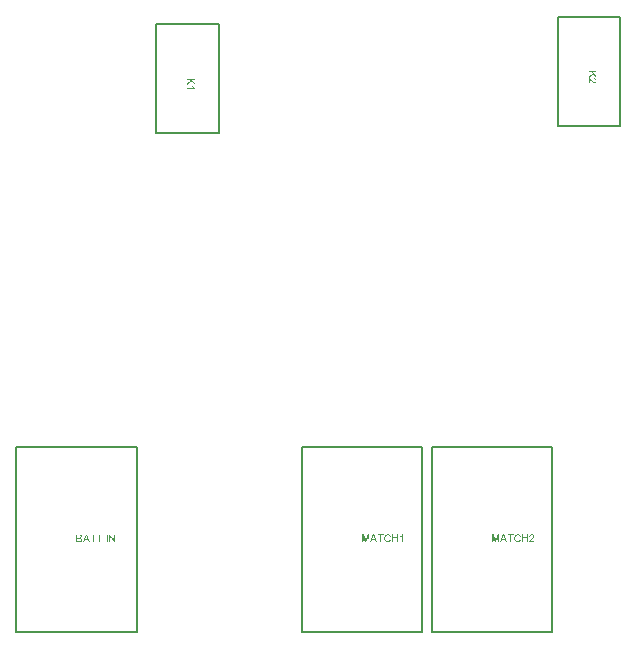
<source format=gbr>
%TF.GenerationSoftware,Altium Limited,Altium Designer,22.11.1 (43)*%
G04 Layer_Color=16711935*
%FSLAX45Y45*%
%MOMM*%
%TF.SameCoordinates,F2FF868D-8EDF-4B6E-A412-4C3DA5591A8F*%
%TF.FilePolarity,Positive*%
%TF.FileFunction,Other,Top_Assembly*%
%TF.Part,Single*%
G01*
G75*
%TA.AperFunction,NonConductor*%
%ADD38C,0.20000*%
G36*
X4573979Y5711495D02*
X4542174D01*
X4573979Y5679875D01*
Y5668318D01*
X4547999Y5695130D01*
X4509999Y5667116D01*
Y5678303D01*
X4542266Y5701048D01*
X4532189Y5711495D01*
X4509999D01*
Y5720001D01*
X4573979D01*
Y5711495D01*
D02*
G37*
G36*
X4558169Y5657131D02*
X4558354Y5656946D01*
X4558446Y5656576D01*
X4558723Y5656114D01*
X4559001Y5655559D01*
X4559371Y5654912D01*
X4560295Y5653340D01*
X4561312Y5651491D01*
X4562607Y5649642D01*
X4564086Y5647700D01*
X4565658Y5645759D01*
X4565750Y5645666D01*
X4565843Y5645574D01*
X4566120Y5645297D01*
X4566397Y5644927D01*
X4567322Y5644095D01*
X4568431Y5642985D01*
X4569726Y5641876D01*
X4571205Y5640674D01*
X4572684Y5639657D01*
X4574256Y5638732D01*
Y5633647D01*
X4509999D01*
Y5641506D01*
X4560018D01*
X4559925Y5641598D01*
X4559556Y5642061D01*
X4559001Y5642615D01*
X4558354Y5643540D01*
X4557521Y5644557D01*
X4556597Y5645851D01*
X4555580Y5647331D01*
X4554563Y5648995D01*
Y5649087D01*
X4554470Y5649180D01*
X4554101Y5649734D01*
X4553638Y5650659D01*
X4553084Y5651768D01*
X4552436Y5653063D01*
X4551789Y5654450D01*
X4551142Y5655837D01*
X4550587Y5657223D01*
X4558169D01*
Y5657131D01*
D02*
G37*
G36*
X6208289Y1861531D02*
X6209121Y1861439D01*
X6210138Y1861347D01*
X6211155Y1861254D01*
X6212357Y1860977D01*
X6214853Y1860422D01*
X6217627Y1859590D01*
X6219013Y1859035D01*
X6220308Y1858388D01*
X6221602Y1857556D01*
X6222897Y1856724D01*
X6222989Y1856631D01*
X6223174Y1856539D01*
X6223544Y1856261D01*
X6224006Y1855799D01*
X6224468Y1855337D01*
X6225116Y1854690D01*
X6225763Y1853950D01*
X6226502Y1853210D01*
X6227242Y1852286D01*
X6227982Y1851176D01*
X6228814Y1850067D01*
X6229553Y1848865D01*
X6230201Y1847478D01*
X6230940Y1846091D01*
X6231495Y1844612D01*
X6232050Y1842948D01*
X6223729Y1841006D01*
Y1841099D01*
X6223636Y1841284D01*
X6223451Y1841653D01*
X6223266Y1842116D01*
X6223082Y1842670D01*
X6222804Y1843410D01*
X6222065Y1844889D01*
X6221140Y1846554D01*
X6220030Y1848218D01*
X6218644Y1849790D01*
X6217164Y1851176D01*
X6216979Y1851361D01*
X6216425Y1851731D01*
X6215500Y1852193D01*
X6214298Y1852841D01*
X6212726Y1853395D01*
X6210970Y1853950D01*
X6208843Y1854320D01*
X6206532Y1854412D01*
X6205792D01*
X6205330Y1854320D01*
X6204683D01*
X6203943Y1854227D01*
X6202186Y1853950D01*
X6200245Y1853580D01*
X6198211Y1852933D01*
X6196084Y1852008D01*
X6194143Y1850807D01*
X6194050D01*
X6193958Y1850622D01*
X6193311Y1850159D01*
X6192479Y1849420D01*
X6191462Y1848310D01*
X6190260Y1846923D01*
X6189150Y1845352D01*
X6188133Y1843410D01*
X6187209Y1841284D01*
Y1841191D01*
X6187116Y1841006D01*
X6187024Y1840729D01*
X6186931Y1840267D01*
X6186746Y1839712D01*
X6186561Y1839065D01*
X6186284Y1837493D01*
X6185914Y1835644D01*
X6185544Y1833610D01*
X6185359Y1831391D01*
X6185267Y1828987D01*
Y1828894D01*
Y1828617D01*
Y1828155D01*
Y1827600D01*
X6185359Y1826953D01*
Y1826121D01*
X6185452Y1825196D01*
X6185544Y1824179D01*
X6185822Y1821960D01*
X6186284Y1819556D01*
X6186839Y1817153D01*
X6187578Y1814749D01*
Y1814656D01*
X6187671Y1814471D01*
X6187856Y1814194D01*
X6188041Y1813732D01*
X6188595Y1812622D01*
X6189428Y1811328D01*
X6190445Y1809849D01*
X6191739Y1808277D01*
X6193218Y1806890D01*
X6194975Y1805596D01*
X6195067D01*
X6195252Y1805503D01*
X6195530Y1805318D01*
X6195899Y1805133D01*
X6196362Y1804948D01*
X6196916Y1804671D01*
X6198211Y1804116D01*
X6199875Y1803562D01*
X6201724Y1803099D01*
X6203758Y1802729D01*
X6205885Y1802637D01*
X6206532D01*
X6207087Y1802729D01*
X6207734D01*
X6208381Y1802822D01*
X6210045Y1803192D01*
X6211987Y1803654D01*
X6213928Y1804394D01*
X6215962Y1805411D01*
X6216979Y1805965D01*
X6217904Y1806705D01*
X6217996Y1806798D01*
X6218089Y1806890D01*
X6218366Y1807167D01*
X6218736Y1807445D01*
X6219106Y1807907D01*
X6219568Y1808462D01*
X6220123Y1809016D01*
X6220585Y1809756D01*
X6221140Y1810588D01*
X6221787Y1811513D01*
X6222342Y1812437D01*
X6222897Y1813547D01*
X6223359Y1814749D01*
X6223821Y1816043D01*
X6224283Y1817430D01*
X6224653Y1818909D01*
X6233159Y1816783D01*
Y1816690D01*
X6233067Y1816320D01*
X6232882Y1815766D01*
X6232605Y1815026D01*
X6232327Y1814194D01*
X6231957Y1813177D01*
X6231495Y1812067D01*
X6230940Y1810866D01*
X6229646Y1808277D01*
X6227982Y1805688D01*
X6226965Y1804394D01*
X6225948Y1803099D01*
X6224838Y1801990D01*
X6223544Y1800880D01*
X6223451Y1800788D01*
X6223266Y1800603D01*
X6222804Y1800418D01*
X6222342Y1800048D01*
X6221602Y1799586D01*
X6220863Y1799124D01*
X6219846Y1798661D01*
X6218829Y1798199D01*
X6217627Y1797644D01*
X6216332Y1797182D01*
X6214945Y1796720D01*
X6213466Y1796258D01*
X6211894Y1795888D01*
X6210230Y1795703D01*
X6208473Y1795518D01*
X6206624Y1795425D01*
X6205607D01*
X6204868Y1795518D01*
X6204036D01*
X6203019Y1795610D01*
X6201909Y1795795D01*
X6200615Y1795980D01*
X6197934Y1796442D01*
X6195160Y1797182D01*
X6192386Y1798199D01*
X6191092Y1798846D01*
X6189797Y1799586D01*
X6189705Y1799678D01*
X6189520Y1799771D01*
X6189150Y1800048D01*
X6188780Y1800418D01*
X6188226Y1800788D01*
X6187578Y1801343D01*
X6186839Y1801990D01*
X6186099Y1802729D01*
X6185359Y1803562D01*
X6184527Y1804394D01*
X6182863Y1806520D01*
X6181291Y1809016D01*
X6179905Y1811790D01*
Y1811883D01*
X6179720Y1812160D01*
X6179627Y1812622D01*
X6179350Y1813177D01*
X6179165Y1813917D01*
X6178888Y1814841D01*
X6178518Y1815858D01*
X6178240Y1816968D01*
X6177963Y1818170D01*
X6177593Y1819556D01*
X6177131Y1822423D01*
X6176761Y1825659D01*
X6176576Y1828987D01*
Y1829079D01*
Y1829449D01*
Y1830004D01*
X6176669Y1830651D01*
Y1831576D01*
X6176761Y1832500D01*
X6176854Y1833702D01*
X6177038Y1834904D01*
X6177501Y1837585D01*
X6178148Y1840544D01*
X6179072Y1843503D01*
X6180367Y1846369D01*
X6180459Y1846461D01*
X6180552Y1846738D01*
X6180737Y1847108D01*
X6181107Y1847571D01*
X6181476Y1848218D01*
X6181939Y1848957D01*
X6183141Y1850622D01*
X6184712Y1852471D01*
X6186561Y1854320D01*
X6188688Y1856169D01*
X6191184Y1857741D01*
X6191277Y1857833D01*
X6191554Y1857926D01*
X6191924Y1858111D01*
X6192386Y1858388D01*
X6193126Y1858665D01*
X6193865Y1858943D01*
X6194790Y1859313D01*
X6195807Y1859682D01*
X6196916Y1860052D01*
X6198118Y1860422D01*
X6200707Y1860977D01*
X6203666Y1861439D01*
X6206717Y1861624D01*
X6207641D01*
X6208289Y1861531D01*
D02*
G37*
G36*
X6293995Y1796535D02*
X6285489D01*
Y1826676D01*
X6252390D01*
Y1796535D01*
X6243884D01*
Y1860514D01*
X6252390D01*
Y1834257D01*
X6285489D01*
Y1860514D01*
X6293995D01*
Y1796535D01*
D02*
G37*
G36*
X6051021D02*
X6042885D01*
Y1850067D01*
X6024209Y1796535D01*
X6016627D01*
X5998136Y1850991D01*
Y1796535D01*
X5990000D01*
Y1860514D01*
X6002666D01*
X6017829Y1815119D01*
Y1815026D01*
X6017922Y1814841D01*
X6018014Y1814564D01*
X6018199Y1814102D01*
X6018569Y1812992D01*
X6019031Y1811605D01*
X6019493Y1810033D01*
X6020048Y1808462D01*
X6020510Y1806982D01*
X6020880Y1805688D01*
X6020973Y1805873D01*
X6021065Y1806335D01*
X6021343Y1807167D01*
X6021712Y1808277D01*
X6022175Y1809756D01*
X6022822Y1811513D01*
X6023469Y1813547D01*
X6024301Y1815951D01*
X6039649Y1860514D01*
X6051021D01*
Y1796535D01*
D02*
G37*
G36*
X6334491D02*
X6326632D01*
Y1846554D01*
X6326540Y1846461D01*
X6326078Y1846091D01*
X6325523Y1845537D01*
X6324598Y1844889D01*
X6323581Y1844057D01*
X6322287Y1843133D01*
X6320808Y1842116D01*
X6319143Y1841099D01*
X6319051D01*
X6318958Y1841006D01*
X6318404Y1840636D01*
X6317479Y1840174D01*
X6316370Y1839619D01*
X6315075Y1838972D01*
X6313688Y1838325D01*
X6312302Y1837678D01*
X6310915Y1837123D01*
Y1844704D01*
X6311007D01*
X6311192Y1844889D01*
X6311562Y1844982D01*
X6312024Y1845259D01*
X6312579Y1845537D01*
X6313226Y1845906D01*
X6314798Y1846831D01*
X6316647Y1847848D01*
X6318496Y1849142D01*
X6320438Y1850622D01*
X6322379Y1852193D01*
X6322472Y1852286D01*
X6322564Y1852378D01*
X6322842Y1852656D01*
X6323211Y1852933D01*
X6324043Y1853858D01*
X6325153Y1854967D01*
X6326262Y1856261D01*
X6327464Y1857741D01*
X6328481Y1859220D01*
X6329406Y1860792D01*
X6334491D01*
Y1796535D01*
D02*
G37*
G36*
X6170289Y1852933D02*
X6149209D01*
Y1796535D01*
X6140703D01*
Y1852933D01*
X6119623D01*
Y1860514D01*
X6170289D01*
Y1852933D01*
D02*
G37*
G36*
X6117589Y1796535D02*
X6107974D01*
X6100485Y1815951D01*
X6073673D01*
X6066738Y1796535D01*
X6057770D01*
X6082179Y1860514D01*
X6091424D01*
X6117589Y1796535D01*
D02*
G37*
G36*
X3898958Y1795425D02*
X3890175D01*
X3856706Y1845629D01*
Y1795425D01*
X3848570D01*
Y1859405D01*
X3857261D01*
X3890822Y1809109D01*
Y1859405D01*
X3898958D01*
Y1795425D01*
D02*
G37*
G36*
X3833684D02*
X3825179D01*
Y1859405D01*
X3833684D01*
Y1795425D01*
D02*
G37*
G36*
X3790138Y1851824D02*
X3769058D01*
Y1795425D01*
X3760552D01*
Y1851824D01*
X3739472D01*
Y1859405D01*
X3790138D01*
Y1851824D01*
D02*
G37*
G36*
X3735496D02*
X3714416D01*
Y1795425D01*
X3705910D01*
Y1851824D01*
X3684830D01*
Y1859405D01*
X3735496D01*
Y1851824D01*
D02*
G37*
G36*
X3682796Y1795425D02*
X3673181D01*
X3665692Y1814841D01*
X3638880D01*
X3631945Y1795425D01*
X3622977D01*
X3647386Y1859405D01*
X3656631D01*
X3682796Y1795425D01*
D02*
G37*
G36*
X3595795Y1859313D02*
X3596535D01*
X3598199Y1859128D01*
X3600048Y1858943D01*
X3601990Y1858573D01*
X3603931Y1858111D01*
X3605688Y1857463D01*
X3605780D01*
X3605873Y1857371D01*
X3606428Y1857094D01*
X3607260Y1856631D01*
X3608184Y1855984D01*
X3609294Y1855152D01*
X3610496Y1854135D01*
X3611605Y1852841D01*
X3612622Y1851454D01*
X3612715Y1851269D01*
X3612992Y1850714D01*
X3613454Y1849974D01*
X3613917Y1848865D01*
X3614379Y1847571D01*
X3614841Y1846184D01*
X3615118Y1844612D01*
X3615211Y1843040D01*
Y1842855D01*
Y1842393D01*
X3615118Y1841561D01*
X3614934Y1840544D01*
X3614656Y1839342D01*
X3614194Y1838048D01*
X3613639Y1836753D01*
X3612900Y1835366D01*
X3612807Y1835181D01*
X3612530Y1834812D01*
X3611975Y1834072D01*
X3611235Y1833332D01*
X3610311Y1832408D01*
X3609201Y1831391D01*
X3607814Y1830466D01*
X3606243Y1829542D01*
X3606335D01*
X3606520Y1829449D01*
X3606797Y1829357D01*
X3607167Y1829172D01*
X3608277Y1828802D01*
X3609571Y1828155D01*
X3610958Y1827323D01*
X3612530Y1826306D01*
X3613917Y1825104D01*
X3615211Y1823624D01*
X3615303Y1823440D01*
X3615673Y1822885D01*
X3616228Y1822053D01*
X3616783Y1820943D01*
X3617337Y1819464D01*
X3617892Y1817892D01*
X3618262Y1816043D01*
X3618354Y1814009D01*
Y1813917D01*
Y1813824D01*
Y1813269D01*
X3618262Y1812345D01*
X3618077Y1811235D01*
X3617892Y1809941D01*
X3617522Y1808554D01*
X3617060Y1807075D01*
X3616413Y1805596D01*
X3616320Y1805411D01*
X3616043Y1804948D01*
X3615673Y1804301D01*
X3615118Y1803377D01*
X3614379Y1802452D01*
X3613639Y1801435D01*
X3612715Y1800418D01*
X3611698Y1799586D01*
X3611605Y1799493D01*
X3611235Y1799216D01*
X3610588Y1798846D01*
X3609756Y1798476D01*
X3608739Y1797922D01*
X3607537Y1797367D01*
X3606243Y1796905D01*
X3604671Y1796442D01*
X3604486D01*
X3603931Y1796258D01*
X3603007Y1796165D01*
X3601805Y1795980D01*
X3600326Y1795795D01*
X3598569Y1795610D01*
X3596627Y1795518D01*
X3594408Y1795425D01*
X3570000D01*
Y1859405D01*
X3595148D01*
X3595795Y1859313D01*
D02*
G37*
G36*
X7308289Y1861531D02*
X7309121Y1861439D01*
X7310138Y1861347D01*
X7311155Y1861254D01*
X7312357Y1860977D01*
X7314853Y1860422D01*
X7317627Y1859590D01*
X7319014Y1859035D01*
X7320308Y1858388D01*
X7321602Y1857556D01*
X7322897Y1856724D01*
X7322989Y1856631D01*
X7323174Y1856539D01*
X7323544Y1856261D01*
X7324006Y1855799D01*
X7324468Y1855337D01*
X7325116Y1854690D01*
X7325763Y1853950D01*
X7326502Y1853210D01*
X7327242Y1852286D01*
X7327982Y1851176D01*
X7328814Y1850067D01*
X7329554Y1848865D01*
X7330201Y1847478D01*
X7330940Y1846091D01*
X7331495Y1844612D01*
X7332050Y1842948D01*
X7323729Y1841006D01*
Y1841099D01*
X7323636Y1841284D01*
X7323451Y1841653D01*
X7323267Y1842116D01*
X7323082Y1842670D01*
X7322804Y1843410D01*
X7322065Y1844889D01*
X7321140Y1846554D01*
X7320031Y1848218D01*
X7318644Y1849790D01*
X7317164Y1851176D01*
X7316980Y1851361D01*
X7316425Y1851731D01*
X7315500Y1852193D01*
X7314298Y1852841D01*
X7312727Y1853395D01*
X7310970Y1853950D01*
X7308843Y1854320D01*
X7306532Y1854412D01*
X7305792D01*
X7305330Y1854320D01*
X7304683D01*
X7303943Y1854227D01*
X7302187Y1853950D01*
X7300245Y1853580D01*
X7298211Y1852933D01*
X7296084Y1852008D01*
X7294143Y1850807D01*
X7294050D01*
X7293958Y1850622D01*
X7293311Y1850159D01*
X7292479Y1849420D01*
X7291462Y1848310D01*
X7290260Y1846923D01*
X7289150Y1845352D01*
X7288133Y1843410D01*
X7287209Y1841284D01*
Y1841191D01*
X7287116Y1841006D01*
X7287024Y1840729D01*
X7286931Y1840267D01*
X7286746Y1839712D01*
X7286562Y1839065D01*
X7286284Y1837493D01*
X7285914Y1835644D01*
X7285544Y1833610D01*
X7285360Y1831391D01*
X7285267Y1828987D01*
Y1828894D01*
Y1828617D01*
Y1828155D01*
Y1827600D01*
X7285360Y1826953D01*
Y1826121D01*
X7285452Y1825196D01*
X7285544Y1824179D01*
X7285822Y1821960D01*
X7286284Y1819556D01*
X7286839Y1817153D01*
X7287579Y1814749D01*
Y1814656D01*
X7287671Y1814471D01*
X7287856Y1814194D01*
X7288041Y1813732D01*
X7288596Y1812622D01*
X7289428Y1811328D01*
X7290445Y1809849D01*
X7291739Y1808277D01*
X7293218Y1806890D01*
X7294975Y1805596D01*
X7295067D01*
X7295252Y1805503D01*
X7295530Y1805318D01*
X7295900Y1805133D01*
X7296362Y1804948D01*
X7296917Y1804671D01*
X7298211Y1804116D01*
X7299875Y1803562D01*
X7301724Y1803099D01*
X7303758Y1802729D01*
X7305885Y1802637D01*
X7306532D01*
X7307087Y1802729D01*
X7307734D01*
X7308381Y1802822D01*
X7310045Y1803192D01*
X7311987Y1803654D01*
X7313928Y1804394D01*
X7315963Y1805411D01*
X7316980Y1805965D01*
X7317904Y1806705D01*
X7317997Y1806798D01*
X7318089Y1806890D01*
X7318366Y1807167D01*
X7318736Y1807445D01*
X7319106Y1807907D01*
X7319568Y1808462D01*
X7320123Y1809016D01*
X7320585Y1809756D01*
X7321140Y1810588D01*
X7321787Y1811513D01*
X7322342Y1812437D01*
X7322897Y1813547D01*
X7323359Y1814749D01*
X7323821Y1816043D01*
X7324284Y1817430D01*
X7324653Y1818909D01*
X7333159Y1816783D01*
Y1816690D01*
X7333067Y1816320D01*
X7332882Y1815766D01*
X7332605Y1815026D01*
X7332327Y1814194D01*
X7331957Y1813177D01*
X7331495Y1812067D01*
X7330940Y1810866D01*
X7329646Y1808277D01*
X7327982Y1805688D01*
X7326965Y1804394D01*
X7325948Y1803099D01*
X7324838Y1801990D01*
X7323544Y1800880D01*
X7323451Y1800788D01*
X7323267Y1800603D01*
X7322804Y1800418D01*
X7322342Y1800048D01*
X7321602Y1799586D01*
X7320863Y1799124D01*
X7319846Y1798661D01*
X7318829Y1798199D01*
X7317627Y1797644D01*
X7316332Y1797182D01*
X7314945Y1796720D01*
X7313466Y1796258D01*
X7311894Y1795888D01*
X7310230Y1795703D01*
X7308474Y1795518D01*
X7306624Y1795425D01*
X7305607D01*
X7304868Y1795518D01*
X7304036D01*
X7303019Y1795610D01*
X7301909Y1795795D01*
X7300615Y1795980D01*
X7297934Y1796442D01*
X7295160Y1797182D01*
X7292386Y1798199D01*
X7291092Y1798846D01*
X7289797Y1799586D01*
X7289705Y1799678D01*
X7289520Y1799771D01*
X7289150Y1800048D01*
X7288780Y1800418D01*
X7288226Y1800788D01*
X7287579Y1801343D01*
X7286839Y1801990D01*
X7286099Y1802729D01*
X7285360Y1803562D01*
X7284527Y1804394D01*
X7282863Y1806520D01*
X7281292Y1809016D01*
X7279905Y1811790D01*
Y1811883D01*
X7279720Y1812160D01*
X7279627Y1812622D01*
X7279350Y1813177D01*
X7279165Y1813917D01*
X7278888Y1814841D01*
X7278518Y1815858D01*
X7278240Y1816968D01*
X7277963Y1818170D01*
X7277593Y1819556D01*
X7277131Y1822423D01*
X7276761Y1825659D01*
X7276576Y1828987D01*
Y1829079D01*
Y1829449D01*
Y1830004D01*
X7276669Y1830651D01*
Y1831576D01*
X7276761Y1832500D01*
X7276854Y1833702D01*
X7277039Y1834904D01*
X7277501Y1837585D01*
X7278148Y1840544D01*
X7279073Y1843503D01*
X7280367Y1846369D01*
X7280459Y1846461D01*
X7280552Y1846738D01*
X7280737Y1847108D01*
X7281107Y1847571D01*
X7281476Y1848218D01*
X7281939Y1848957D01*
X7283141Y1850622D01*
X7284712Y1852471D01*
X7286562Y1854320D01*
X7288688Y1856169D01*
X7291184Y1857741D01*
X7291277Y1857833D01*
X7291554Y1857926D01*
X7291924Y1858111D01*
X7292386Y1858388D01*
X7293126Y1858665D01*
X7293866Y1858943D01*
X7294790Y1859313D01*
X7295807Y1859682D01*
X7296917Y1860052D01*
X7298118Y1860422D01*
X7300707Y1860977D01*
X7303666Y1861439D01*
X7306717Y1861624D01*
X7307641D01*
X7308289Y1861531D01*
D02*
G37*
G36*
X7393995Y1796535D02*
X7385489D01*
Y1826676D01*
X7352390D01*
Y1796535D01*
X7343884D01*
Y1860514D01*
X7352390D01*
Y1834257D01*
X7385489D01*
Y1860514D01*
X7393995D01*
Y1796535D01*
D02*
G37*
G36*
X7151021D02*
X7142885D01*
Y1850067D01*
X7124209Y1796535D01*
X7116627D01*
X7098136Y1850991D01*
Y1796535D01*
X7090000D01*
Y1860514D01*
X7102667D01*
X7117829Y1815119D01*
Y1815026D01*
X7117922Y1814841D01*
X7118014Y1814564D01*
X7118199Y1814102D01*
X7118569Y1812992D01*
X7119031Y1811605D01*
X7119494Y1810033D01*
X7120048Y1808462D01*
X7120511Y1806982D01*
X7120880Y1805688D01*
X7120973Y1805873D01*
X7121065Y1806335D01*
X7121343Y1807167D01*
X7121712Y1808277D01*
X7122175Y1809756D01*
X7122822Y1811513D01*
X7123469Y1813547D01*
X7124301Y1815951D01*
X7139649Y1860514D01*
X7151021D01*
Y1796535D01*
D02*
G37*
G36*
X7427649Y1860699D02*
X7428389Y1860607D01*
X7429314Y1860514D01*
X7430331Y1860330D01*
X7431348Y1860145D01*
X7433751Y1859497D01*
X7436155Y1858573D01*
X7437357Y1858018D01*
X7438559Y1857371D01*
X7439669Y1856539D01*
X7440686Y1855614D01*
X7440778Y1855522D01*
X7440963Y1855429D01*
X7441148Y1855060D01*
X7441518Y1854690D01*
X7441980Y1854227D01*
X7442442Y1853580D01*
X7442905Y1852933D01*
X7443459Y1852101D01*
X7444384Y1850344D01*
X7445308Y1848125D01*
X7445678Y1847016D01*
X7445863Y1845721D01*
X7446048Y1844427D01*
X7446141Y1843040D01*
Y1842855D01*
Y1842393D01*
X7446048Y1841653D01*
X7445956Y1840636D01*
X7445771Y1839527D01*
X7445401Y1838233D01*
X7445031Y1836846D01*
X7444476Y1835459D01*
X7444384Y1835274D01*
X7444199Y1834812D01*
X7443829Y1834072D01*
X7443274Y1833055D01*
X7442535Y1831946D01*
X7441610Y1830559D01*
X7440501Y1829172D01*
X7439206Y1827600D01*
X7439021Y1827415D01*
X7438559Y1826860D01*
X7438097Y1826398D01*
X7437635Y1825936D01*
X7437080Y1825381D01*
X7436340Y1824642D01*
X7435601Y1823902D01*
X7434676Y1823070D01*
X7433751Y1822145D01*
X7432642Y1821128D01*
X7431440Y1820111D01*
X7430146Y1818909D01*
X7428666Y1817707D01*
X7427187Y1816413D01*
X7427095Y1816320D01*
X7426910Y1816136D01*
X7426540Y1815858D01*
X7426078Y1815488D01*
X7425523Y1814934D01*
X7424876Y1814379D01*
X7423396Y1813177D01*
X7421825Y1811790D01*
X7420345Y1810403D01*
X7419051Y1809201D01*
X7418496Y1808739D01*
X7418034Y1808277D01*
X7417941Y1808184D01*
X7417664Y1807907D01*
X7417294Y1807537D01*
X7416832Y1806982D01*
X7416370Y1806335D01*
X7415815Y1805688D01*
X7414706Y1804116D01*
X7446233D01*
Y1796535D01*
X7403796D01*
Y1796627D01*
Y1796997D01*
Y1797552D01*
X7403888Y1798292D01*
X7403981Y1799124D01*
X7404166Y1800048D01*
X7404350Y1800973D01*
X7404720Y1801990D01*
Y1802082D01*
X7404813Y1802175D01*
X7404998Y1802729D01*
X7405367Y1803562D01*
X7405922Y1804671D01*
X7406662Y1805965D01*
X7407586Y1807445D01*
X7408603Y1808924D01*
X7409898Y1810496D01*
Y1810588D01*
X7410083Y1810681D01*
X7410545Y1811235D01*
X7411377Y1812067D01*
X7412579Y1813269D01*
X7413966Y1814656D01*
X7415723Y1816320D01*
X7417849Y1818170D01*
X7420160Y1820111D01*
X7420253Y1820204D01*
X7420623Y1820481D01*
X7421177Y1820943D01*
X7421825Y1821498D01*
X7422657Y1822238D01*
X7423674Y1823070D01*
X7424691Y1823994D01*
X7425893Y1825011D01*
X7428204Y1827230D01*
X7430515Y1829449D01*
X7431625Y1830559D01*
X7432642Y1831668D01*
X7433567Y1832685D01*
X7434306Y1833702D01*
Y1833795D01*
X7434491Y1833887D01*
X7434676Y1834164D01*
X7434861Y1834534D01*
X7435508Y1835551D01*
X7436248Y1836753D01*
X7436895Y1838233D01*
X7437542Y1839804D01*
X7437912Y1841561D01*
X7438097Y1843225D01*
Y1843318D01*
Y1843410D01*
X7438004Y1843965D01*
X7437912Y1844889D01*
X7437635Y1845906D01*
X7437265Y1847201D01*
X7436618Y1848495D01*
X7435785Y1849790D01*
X7434676Y1851084D01*
X7434491Y1851269D01*
X7434029Y1851639D01*
X7433382Y1852101D01*
X7432365Y1852748D01*
X7431070Y1853303D01*
X7429591Y1853858D01*
X7427834Y1854227D01*
X7425893Y1854320D01*
X7425338D01*
X7424968Y1854227D01*
X7423859Y1854135D01*
X7422564Y1853858D01*
X7421177Y1853488D01*
X7419606Y1852841D01*
X7418126Y1852008D01*
X7416740Y1850899D01*
X7416555Y1850714D01*
X7416185Y1850252D01*
X7415630Y1849512D01*
X7415075Y1848403D01*
X7414428Y1847108D01*
X7413873Y1845444D01*
X7413504Y1843595D01*
X7413319Y1841469D01*
X7405275Y1842301D01*
Y1842393D01*
X7405367Y1842670D01*
Y1843133D01*
X7405460Y1843780D01*
X7405645Y1844520D01*
X7405830Y1845352D01*
X7406107Y1846369D01*
X7406384Y1847386D01*
X7407124Y1849605D01*
X7408234Y1851824D01*
X7408881Y1852933D01*
X7409713Y1854043D01*
X7410545Y1855060D01*
X7411470Y1855984D01*
X7411562Y1856077D01*
X7411747Y1856169D01*
X7412024Y1856446D01*
X7412487Y1856724D01*
X7413041Y1857094D01*
X7413688Y1857463D01*
X7414428Y1857926D01*
X7415353Y1858388D01*
X7416370Y1858850D01*
X7417479Y1859313D01*
X7418681Y1859682D01*
X7419976Y1860052D01*
X7421362Y1860330D01*
X7422842Y1860607D01*
X7424413Y1860699D01*
X7426078Y1860792D01*
X7427002D01*
X7427649Y1860699D01*
D02*
G37*
G36*
X7270289Y1852933D02*
X7249209D01*
Y1796535D01*
X7240703D01*
Y1852933D01*
X7219623D01*
Y1860514D01*
X7270289D01*
Y1852933D01*
D02*
G37*
G36*
X7217589Y1796535D02*
X7207974D01*
X7200485Y1815951D01*
X7173673D01*
X7166739Y1796535D01*
X7157770D01*
X7182179Y1860514D01*
X7191424D01*
X7217589Y1796535D01*
D02*
G37*
G36*
X7972478Y5771495D02*
X7940673D01*
X7972478Y5739875D01*
Y5728318D01*
X7946498Y5755130D01*
X7908499Y5727116D01*
Y5738303D01*
X7940766Y5761048D01*
X7930688Y5771495D01*
X7908499D01*
Y5780001D01*
X7972478D01*
Y5771495D01*
D02*
G37*
G36*
X7910255Y5724250D02*
X7911087Y5724158D01*
X7912012Y5723973D01*
X7912936Y5723788D01*
X7913953Y5723418D01*
X7914046D01*
X7914138Y5723326D01*
X7914693Y5723141D01*
X7915525Y5722771D01*
X7916635Y5722216D01*
X7917929Y5721476D01*
X7919408Y5720552D01*
X7920888Y5719535D01*
X7922459Y5718241D01*
X7922552D01*
X7922644Y5718056D01*
X7923199Y5717593D01*
X7924031Y5716761D01*
X7925233Y5715559D01*
X7926620Y5714172D01*
X7928284Y5712416D01*
X7930133Y5710289D01*
X7932075Y5707978D01*
X7932167Y5707885D01*
X7932445Y5707516D01*
X7932907Y5706961D01*
X7933462Y5706314D01*
X7934201Y5705482D01*
X7935033Y5704465D01*
X7935958Y5703448D01*
X7936975Y5702246D01*
X7939194Y5699934D01*
X7941413Y5697623D01*
X7942522Y5696513D01*
X7943632Y5695496D01*
X7944649Y5694572D01*
X7945666Y5693832D01*
X7945758D01*
X7945851Y5693647D01*
X7946128Y5693462D01*
X7946498Y5693277D01*
X7947515Y5692630D01*
X7948717Y5691891D01*
X7950196Y5691243D01*
X7951768Y5690596D01*
X7953525Y5690226D01*
X7955189Y5690041D01*
X7955281D01*
X7955374D01*
X7955928Y5690134D01*
X7956853Y5690226D01*
X7957870Y5690504D01*
X7959164Y5690874D01*
X7960459Y5691521D01*
X7961753Y5692353D01*
X7963048Y5693462D01*
X7963232Y5693647D01*
X7963602Y5694110D01*
X7964065Y5694757D01*
X7964712Y5695774D01*
X7965267Y5697068D01*
X7965821Y5698547D01*
X7966191Y5700304D01*
X7966284Y5702246D01*
Y5702800D01*
X7966191Y5703170D01*
X7966099Y5704280D01*
X7965821Y5705574D01*
X7965451Y5706961D01*
X7964804Y5708533D01*
X7963972Y5710012D01*
X7962863Y5711399D01*
X7962678Y5711584D01*
X7962215Y5711954D01*
X7961476Y5712508D01*
X7960366Y5713063D01*
X7959072Y5713710D01*
X7957408Y5714265D01*
X7955559Y5714635D01*
X7953432Y5714820D01*
X7954264Y5722863D01*
X7954357D01*
X7954634Y5722771D01*
X7955096D01*
X7955744Y5722678D01*
X7956483Y5722494D01*
X7957315Y5722309D01*
X7958332Y5722031D01*
X7959349Y5721754D01*
X7961568Y5721014D01*
X7963787Y5719905D01*
X7964897Y5719258D01*
X7966006Y5718425D01*
X7967023Y5717593D01*
X7967948Y5716669D01*
X7968040Y5716576D01*
X7968133Y5716391D01*
X7968410Y5716114D01*
X7968687Y5715652D01*
X7969057Y5715097D01*
X7969427Y5714450D01*
X7969889Y5713710D01*
X7970352Y5712786D01*
X7970814Y5711769D01*
X7971276Y5710659D01*
X7971646Y5709457D01*
X7972016Y5708163D01*
X7972293Y5706776D01*
X7972571Y5705297D01*
X7972663Y5703725D01*
X7972755Y5702061D01*
Y5701136D01*
X7972663Y5700489D01*
X7972571Y5699749D01*
X7972478Y5698825D01*
X7972293Y5697808D01*
X7972108Y5696791D01*
X7971461Y5694387D01*
X7970537Y5691983D01*
X7969982Y5690781D01*
X7969335Y5689579D01*
X7968502Y5688470D01*
X7967578Y5687453D01*
X7967485Y5687360D01*
X7967393Y5687175D01*
X7967023Y5686990D01*
X7966653Y5686621D01*
X7966191Y5686158D01*
X7965544Y5685696D01*
X7964897Y5685234D01*
X7964065Y5684679D01*
X7962308Y5683754D01*
X7960089Y5682830D01*
X7958980Y5682460D01*
X7957685Y5682275D01*
X7956391Y5682090D01*
X7955004Y5681998D01*
X7954819D01*
X7954357D01*
X7953617Y5682090D01*
X7952600Y5682183D01*
X7951491Y5682368D01*
X7950196Y5682737D01*
X7948809Y5683107D01*
X7947423Y5683662D01*
X7947238Y5683754D01*
X7946775Y5683939D01*
X7946036Y5684309D01*
X7945019Y5684864D01*
X7943909Y5685604D01*
X7942522Y5686528D01*
X7941136Y5687638D01*
X7939564Y5688932D01*
X7939379Y5689117D01*
X7938824Y5689579D01*
X7938362Y5690041D01*
X7937900Y5690504D01*
X7937345Y5691058D01*
X7936605Y5691798D01*
X7935866Y5692538D01*
X7935033Y5693462D01*
X7934109Y5694387D01*
X7933092Y5695496D01*
X7932075Y5696698D01*
X7930873Y5697993D01*
X7929671Y5699472D01*
X7928377Y5700951D01*
X7928284Y5701044D01*
X7928099Y5701229D01*
X7927822Y5701598D01*
X7927452Y5702061D01*
X7926897Y5702615D01*
X7926343Y5703263D01*
X7925141Y5704742D01*
X7923754Y5706314D01*
X7922367Y5707793D01*
X7921165Y5709087D01*
X7920703Y5709642D01*
X7920240Y5710104D01*
X7920148Y5710197D01*
X7919871Y5710474D01*
X7919501Y5710844D01*
X7918946Y5711306D01*
X7918299Y5711769D01*
X7917652Y5712323D01*
X7916080Y5713433D01*
Y5681905D01*
X7908499D01*
Y5724343D01*
X7908591D01*
X7908961D01*
X7909516D01*
X7910255Y5724250D01*
D02*
G37*
%LPC*%
G36*
X6086616Y1853858D02*
Y1853765D01*
X6086524Y1853580D01*
Y1853210D01*
X6086339Y1852841D01*
X6086247Y1852193D01*
X6086062Y1851546D01*
X6085692Y1849974D01*
X6085230Y1848125D01*
X6084582Y1846091D01*
X6083935Y1843872D01*
X6083103Y1841561D01*
X6076169Y1822885D01*
X6097804D01*
X6091147Y1840451D01*
Y1840544D01*
X6091054Y1840821D01*
X6090869Y1841284D01*
X6090685Y1841838D01*
X6090407Y1842486D01*
X6090130Y1843318D01*
X6089852Y1844242D01*
X6089483Y1845167D01*
X6088743Y1847293D01*
X6088003Y1849512D01*
X6087264Y1851731D01*
X6086616Y1853858D01*
D02*
G37*
G36*
X3651824Y1852748D02*
Y1852656D01*
X3651731Y1852471D01*
Y1852101D01*
X3651546Y1851731D01*
X3651454Y1851084D01*
X3651269Y1850437D01*
X3650899Y1848865D01*
X3650437Y1847016D01*
X3649789Y1844982D01*
X3649142Y1842763D01*
X3648310Y1840451D01*
X3641376Y1821775D01*
X3663011D01*
X3656354Y1839342D01*
Y1839434D01*
X3656261Y1839712D01*
X3656077Y1840174D01*
X3655892Y1840729D01*
X3655614Y1841376D01*
X3655337Y1842208D01*
X3655059Y1843133D01*
X3654690Y1844057D01*
X3653950Y1846184D01*
X3653210Y1848403D01*
X3652471Y1850622D01*
X3651824Y1852748D01*
D02*
G37*
G36*
X3593669Y1851824D02*
X3578506D01*
Y1832593D01*
X3594223D01*
X3595425Y1832685D01*
X3596720Y1832778D01*
X3598014Y1832870D01*
X3599309Y1833055D01*
X3600326Y1833240D01*
X3600510Y1833332D01*
X3600880Y1833425D01*
X3601435Y1833702D01*
X3602175Y1834072D01*
X3602914Y1834442D01*
X3603746Y1834997D01*
X3604579Y1835736D01*
X3605226Y1836476D01*
X3605318Y1836568D01*
X3605503Y1836846D01*
X3605780Y1837400D01*
X3606058Y1838048D01*
X3606335Y1838787D01*
X3606613Y1839712D01*
X3606797Y1840821D01*
X3606890Y1842023D01*
Y1842208D01*
Y1842578D01*
X3606797Y1843133D01*
X3606705Y1843872D01*
X3606520Y1844797D01*
X3606243Y1845721D01*
X3605873Y1846646D01*
X3605318Y1847571D01*
X3605226Y1847663D01*
X3605041Y1847940D01*
X3604671Y1848403D01*
X3604209Y1848865D01*
X3603561Y1849420D01*
X3602822Y1849974D01*
X3601897Y1850529D01*
X3600880Y1850899D01*
X3600788D01*
X3600326Y1851084D01*
X3599678Y1851176D01*
X3598661Y1851361D01*
X3597274Y1851546D01*
X3595703Y1851639D01*
X3593669Y1851824D01*
D02*
G37*
G36*
X3595333Y1825011D02*
X3578506D01*
Y1803007D01*
X3596720D01*
X3598661Y1803099D01*
X3599493Y1803192D01*
X3600233Y1803284D01*
X3600326D01*
X3600695Y1803377D01*
X3601250Y1803469D01*
X3601897Y1803654D01*
X3603469Y1804209D01*
X3605041Y1804948D01*
X3605133Y1805041D01*
X3605411Y1805226D01*
X3605780Y1805503D01*
X3606243Y1805873D01*
X3606705Y1806428D01*
X3607352Y1806982D01*
X3607814Y1807722D01*
X3608369Y1808554D01*
X3608462Y1808647D01*
X3608554Y1808924D01*
X3608739Y1809479D01*
X3609016Y1810126D01*
X3609294Y1810866D01*
X3609479Y1811790D01*
X3609571Y1812900D01*
X3609664Y1814009D01*
Y1814194D01*
Y1814564D01*
X3609571Y1815303D01*
X3609386Y1816136D01*
X3609201Y1817060D01*
X3608831Y1818077D01*
X3608369Y1819094D01*
X3607722Y1820111D01*
X3607630Y1820204D01*
X3607352Y1820573D01*
X3606982Y1821036D01*
X3606428Y1821590D01*
X3605688Y1822238D01*
X3604763Y1822885D01*
X3603746Y1823440D01*
X3602544Y1823902D01*
X3602360Y1823994D01*
X3601990Y1824087D01*
X3601158Y1824272D01*
X3600141Y1824457D01*
X3598846Y1824642D01*
X3597274Y1824826D01*
X3595333Y1825011D01*
D02*
G37*
G36*
X7186617Y1853858D02*
Y1853765D01*
X7186524Y1853580D01*
Y1853210D01*
X7186339Y1852841D01*
X7186247Y1852193D01*
X7186062Y1851546D01*
X7185692Y1849974D01*
X7185230Y1848125D01*
X7184583Y1846091D01*
X7183935Y1843872D01*
X7183103Y1841561D01*
X7176169Y1822885D01*
X7197804D01*
X7191147Y1840451D01*
Y1840544D01*
X7191054Y1840821D01*
X7190870Y1841284D01*
X7190685Y1841838D01*
X7190407Y1842486D01*
X7190130Y1843318D01*
X7189853Y1844242D01*
X7189483Y1845167D01*
X7188743Y1847293D01*
X7188003Y1849512D01*
X7187264Y1851731D01*
X7186617Y1853858D01*
D02*
G37*
%LPD*%
D38*
X4775000Y5254844D02*
Y6185156D01*
X4245000Y5254844D02*
X4775000D01*
X4245000D02*
Y6185156D01*
X4775000D01*
X5481000Y1031000D02*
Y2597500D01*
Y1031000D02*
X6499000D01*
Y2597500D01*
X5481000D02*
X6499000D01*
X3061000D02*
X4079000D01*
Y1031000D02*
Y2597500D01*
X3061000Y1031000D02*
X4079000D01*
X3061000D02*
Y2597500D01*
X6581000Y1031000D02*
Y2597500D01*
Y1031000D02*
X7599000D01*
Y2597500D01*
X6581000D02*
X7599000D01*
X8173500Y5314844D02*
Y6245156D01*
X7643500Y5314844D02*
X8173500D01*
X7643500D02*
Y6245156D01*
X8173500D01*
%TF.MD5,ad83577dad9d3ed57d97576b35c4aeb2*%
M02*

</source>
